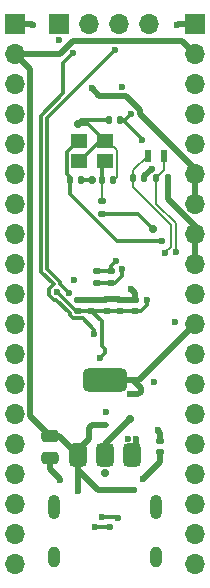
<source format=gbr>
%TF.GenerationSoftware,KiCad,Pcbnew,9.0.0*%
%TF.CreationDate,2025-08-25T15:59:45-02:30*%
%TF.ProjectId,STM32_PCB_Test_Project,53544d33-325f-4504-9342-5f546573745f,rev?*%
%TF.SameCoordinates,Original*%
%TF.FileFunction,Copper,L4,Bot*%
%TF.FilePolarity,Positive*%
%FSLAX46Y46*%
G04 Gerber Fmt 4.6, Leading zero omitted, Abs format (unit mm)*
G04 Created by KiCad (PCBNEW 9.0.0) date 2025-08-25 15:59:45*
%MOMM*%
%LPD*%
G01*
G04 APERTURE LIST*
G04 Aperture macros list*
%AMRoundRect*
0 Rectangle with rounded corners*
0 $1 Rounding radius*
0 $2 $3 $4 $5 $6 $7 $8 $9 X,Y pos of 4 corners*
0 Add a 4 corners polygon primitive as box body*
4,1,4,$2,$3,$4,$5,$6,$7,$8,$9,$2,$3,0*
0 Add four circle primitives for the rounded corners*
1,1,$1+$1,$2,$3*
1,1,$1+$1,$4,$5*
1,1,$1+$1,$6,$7*
1,1,$1+$1,$8,$9*
0 Add four rect primitives between the rounded corners*
20,1,$1+$1,$2,$3,$4,$5,0*
20,1,$1+$1,$4,$5,$6,$7,0*
20,1,$1+$1,$6,$7,$8,$9,0*
20,1,$1+$1,$8,$9,$2,$3,0*%
G04 Aperture macros list end*
%TA.AperFunction,ComponentPad*%
%ADD10R,1.700000X1.700000*%
%TD*%
%TA.AperFunction,ComponentPad*%
%ADD11O,1.700000X1.700000*%
%TD*%
%TA.AperFunction,HeatsinkPad*%
%ADD12O,1.000000X2.100000*%
%TD*%
%TA.AperFunction,HeatsinkPad*%
%ADD13O,1.000000X1.800000*%
%TD*%
%TA.AperFunction,SMDPad,CuDef*%
%ADD14RoundRect,0.140000X0.140000X0.170000X-0.140000X0.170000X-0.140000X-0.170000X0.140000X-0.170000X0*%
%TD*%
%TA.AperFunction,SMDPad,CuDef*%
%ADD15RoundRect,0.140000X-0.170000X0.140000X-0.170000X-0.140000X0.170000X-0.140000X0.170000X0.140000X0*%
%TD*%
%TA.AperFunction,SMDPad,CuDef*%
%ADD16R,1.400000X1.200000*%
%TD*%
%TA.AperFunction,SMDPad,CuDef*%
%ADD17RoundRect,0.140000X0.170000X-0.140000X0.170000X0.140000X-0.170000X0.140000X-0.170000X-0.140000X0*%
%TD*%
%TA.AperFunction,SMDPad,CuDef*%
%ADD18RoundRect,0.135000X-0.185000X0.135000X-0.185000X-0.135000X0.185000X-0.135000X0.185000X0.135000X0*%
%TD*%
%TA.AperFunction,SMDPad,CuDef*%
%ADD19R,0.600000X1.100000*%
%TD*%
%TA.AperFunction,SMDPad,CuDef*%
%ADD20RoundRect,0.375000X0.375000X-0.625000X0.375000X0.625000X-0.375000X0.625000X-0.375000X-0.625000X0*%
%TD*%
%TA.AperFunction,SMDPad,CuDef*%
%ADD21RoundRect,0.500000X1.400000X-0.500000X1.400000X0.500000X-1.400000X0.500000X-1.400000X-0.500000X0*%
%TD*%
%TA.AperFunction,SMDPad,CuDef*%
%ADD22RoundRect,0.250000X-0.475000X0.250000X-0.475000X-0.250000X0.475000X-0.250000X0.475000X0.250000X0*%
%TD*%
%TA.AperFunction,SMDPad,CuDef*%
%ADD23RoundRect,0.140000X-0.140000X-0.170000X0.140000X-0.170000X0.140000X0.170000X-0.140000X0.170000X0*%
%TD*%
%TA.AperFunction,ViaPad*%
%ADD24C,0.600000*%
%TD*%
%TA.AperFunction,ViaPad*%
%ADD25C,0.700000*%
%TD*%
%TA.AperFunction,Conductor*%
%ADD26C,0.500000*%
%TD*%
%TA.AperFunction,Conductor*%
%ADD27C,0.300000*%
%TD*%
%TA.AperFunction,Conductor*%
%ADD28C,0.200000*%
%TD*%
G04 APERTURE END LIST*
D10*
%TO.P,J2,1,Pin_1*%
%TO.N,+3.3V*%
X157025000Y-74675000D03*
D11*
%TO.P,J2,2,Pin_2*%
%TO.N,/SWDIO*%
X159565000Y-74675000D03*
%TO.P,J2,3,Pin_3*%
%TO.N,/SWCLK*%
X162105000Y-74675000D03*
%TO.P,J2,4,Pin_4*%
%TO.N,GND*%
X164645000Y-74675000D03*
%TD*%
D10*
%TO.P,J4,1,Pin_1*%
%TO.N,GND*%
X168515000Y-74650000D03*
D11*
%TO.P,J4,2,Pin_2*%
%TO.N,VBUS*%
X168515000Y-77190000D03*
%TO.P,J4,3,Pin_3*%
%TO.N,/PA2*%
X168515000Y-79730000D03*
%TO.P,J4,4,Pin_4*%
%TO.N,/PA1*%
X168515000Y-82270000D03*
%TO.P,J4,5,Pin_5*%
%TO.N,/PA0*%
X168515000Y-84810000D03*
%TO.P,J4,6,Pin_6*%
%TO.N,+3.3V*%
X168515000Y-87350000D03*
%TO.P,J4,7,Pin_7*%
X168515000Y-89890000D03*
%TO.P,J4,8,Pin_8*%
%TO.N,GND*%
X168515000Y-92430000D03*
%TO.P,J4,9,Pin_9*%
X168515000Y-94970000D03*
%TO.P,J4,10,Pin_10*%
%TO.N,/PC13*%
X168515000Y-97510000D03*
%TO.P,J4,11,Pin_11*%
%TO.N,+3.3V*%
X168515000Y-100050000D03*
%TO.P,J4,12,Pin_12*%
%TO.N,/PB9*%
X168515000Y-102590000D03*
%TO.P,J4,13,Pin_13*%
%TO.N,/PB8*%
X168515000Y-105130000D03*
%TO.P,J4,14,Pin_14*%
%TO.N,/PB7*%
X168515000Y-107670000D03*
%TO.P,J4,15,Pin_15*%
%TO.N,/PB6*%
X168515000Y-110210000D03*
%TO.P,J4,16,Pin_16*%
%TO.N,/PB5*%
X168515000Y-112750000D03*
%TO.P,J4,17,Pin_17*%
%TO.N,/PB4*%
X168515000Y-115290000D03*
%TO.P,J4,18,Pin_18*%
%TO.N,/PB3*%
X168515000Y-117830000D03*
%TO.P,J4,19,Pin_19*%
%TO.N,/PA15*%
X168515000Y-120370000D03*
%TD*%
D10*
%TO.P,J3,1,Pin_1*%
%TO.N,GND*%
X153275000Y-74650000D03*
D11*
%TO.P,J3,2,Pin_2*%
%TO.N,VBUS*%
X153275000Y-77190000D03*
%TO.P,J3,3,Pin_3*%
%TO.N,/PA3*%
X153275000Y-79730000D03*
%TO.P,J3,4,Pin_4*%
%TO.N,/PA4*%
X153275000Y-82270000D03*
%TO.P,J3,5,Pin_5*%
%TO.N,/PA5*%
X153275000Y-84810000D03*
%TO.P,J3,6,Pin_6*%
%TO.N,/PA6*%
X153275000Y-87350000D03*
%TO.P,J3,7,Pin_7*%
%TO.N,/PA7*%
X153275000Y-89890000D03*
%TO.P,J3,8,Pin_8*%
%TO.N,/PB0*%
X153275000Y-92430000D03*
%TO.P,J3,9,Pin_9*%
%TO.N,/PB1*%
X153275000Y-94970000D03*
%TO.P,J3,10,Pin_10*%
%TO.N,/PB2*%
X153275000Y-97510000D03*
%TO.P,J3,11,Pin_11*%
%TO.N,/PB10*%
X153275000Y-100050000D03*
%TO.P,J3,12,Pin_12*%
%TO.N,/PB11*%
X153275000Y-102590000D03*
%TO.P,J3,13,Pin_13*%
%TO.N,/PB12*%
X153275000Y-105130000D03*
%TO.P,J3,14,Pin_14*%
%TO.N,/PB13*%
X153275000Y-107670000D03*
%TO.P,J3,15,Pin_15*%
%TO.N,/PB14*%
X153275000Y-110210000D03*
%TO.P,J3,16,Pin_16*%
%TO.N,/PB15*%
X153275000Y-112750000D03*
%TO.P,J3,17,Pin_17*%
%TO.N,/PA8*%
X153275000Y-115290000D03*
%TO.P,J3,18,Pin_18*%
%TO.N,/PA9*%
X153275000Y-117830000D03*
%TO.P,J3,19,Pin_19*%
%TO.N,/PA10*%
X153275000Y-120370000D03*
%TD*%
D12*
%TO.P,J1,S1,SHIELD*%
%TO.N,GND*%
X156605000Y-115560000D03*
D13*
X156605000Y-119740000D03*
D12*
X165245000Y-115560000D03*
D13*
X165245000Y-119740000D03*
%TD*%
D14*
%TO.P,C12,1*%
%TO.N,GND*%
X164230000Y-87675000D03*
%TO.P,C12,2*%
%TO.N,/OSC32_OUT*%
X163270000Y-87675000D03*
%TD*%
D15*
%TO.P,C6,1*%
%TO.N,+3.3VA*%
X160200000Y-95595000D03*
%TO.P,C6,2*%
%TO.N,GND*%
X160200000Y-96555000D03*
%TD*%
D16*
%TO.P,Y1,1,1*%
%TO.N,Net-(C10-Pad2)*%
X160900000Y-86250000D03*
%TO.P,Y1,2,2*%
%TO.N,GND*%
X158700000Y-86250000D03*
%TO.P,Y1,3,3*%
%TO.N,/OSC_IN*%
X158700000Y-84550000D03*
%TO.P,Y1,4,4*%
%TO.N,GND*%
X160900000Y-84550000D03*
%TD*%
D17*
%TO.P,C2,1*%
%TO.N,+3.3V*%
X161025000Y-98930000D03*
%TO.P,C2,2*%
%TO.N,GND*%
X161025000Y-97970000D03*
%TD*%
D18*
%TO.P,R1,1*%
%TO.N,Net-(C10-Pad2)*%
X160600000Y-89680000D03*
%TO.P,R1,2*%
%TO.N,/OSC_OUT*%
X160600000Y-90700000D03*
%TD*%
D19*
%TO.P,Y2,1,1*%
%TO.N,/OSC32_OUT*%
X164500000Y-85825000D03*
%TO.P,Y2,2,2*%
%TO.N,/OSC32_IN*%
X165900000Y-85825000D03*
%TD*%
D20*
%TO.P,U3,1,GND*%
%TO.N,GND*%
X163187500Y-111125000D03*
%TO.P,U3,2,VO*%
%TO.N,+3.3V*%
X160887500Y-111125000D03*
D21*
X160887500Y-104825000D03*
D20*
%TO.P,U3,3,VI*%
%TO.N,VBUS*%
X158587500Y-111125000D03*
%TD*%
D15*
%TO.P,C7,1*%
%TO.N,+3.3VA*%
X161400000Y-95595000D03*
%TO.P,C7,2*%
%TO.N,GND*%
X161400000Y-96555000D03*
%TD*%
D17*
%TO.P,C3,1*%
%TO.N,+3.3V*%
X162175000Y-98955000D03*
%TO.P,C3,2*%
%TO.N,GND*%
X162175000Y-97995000D03*
%TD*%
%TO.P,C4,1*%
%TO.N,+3.3V*%
X159700000Y-98980000D03*
%TO.P,C4,2*%
%TO.N,GND*%
X159700000Y-98020000D03*
%TD*%
D14*
%TO.P,C11,1*%
%TO.N,GND*%
X166205000Y-87675000D03*
%TO.P,C11,2*%
%TO.N,/OSC32_IN*%
X165245000Y-87675000D03*
%TD*%
D22*
%TO.P,C13,1*%
%TO.N,VBUS*%
X156225000Y-109500000D03*
%TO.P,C13,2*%
%TO.N,GND*%
X156225000Y-111400000D03*
%TD*%
D15*
%TO.P,C14,1*%
%TO.N,+3.3V*%
X165575000Y-109945000D03*
%TO.P,C14,2*%
%TO.N,GND*%
X165575000Y-110905000D03*
%TD*%
D14*
%TO.P,C9,1*%
%TO.N,GND*%
X158880000Y-87900000D03*
%TO.P,C9,2*%
%TO.N,/OSC_IN*%
X157920000Y-87900000D03*
%TD*%
D17*
%TO.P,C5,1*%
%TO.N,+3.3V*%
X158575000Y-98955000D03*
%TO.P,C5,2*%
%TO.N,GND*%
X158575000Y-97995000D03*
%TD*%
%TO.P,C1,1*%
%TO.N,+3.3V*%
X163450000Y-98955000D03*
%TO.P,C1,2*%
%TO.N,GND*%
X163450000Y-97995000D03*
%TD*%
D14*
%TO.P,C10,1*%
%TO.N,GND*%
X161580000Y-87900000D03*
%TO.P,C10,2*%
%TO.N,Net-(C10-Pad2)*%
X160620000Y-87900000D03*
%TD*%
D23*
%TO.P,C8,1*%
%TO.N,GND*%
X161220000Y-82800000D03*
%TO.P,C8,2*%
%TO.N,Net-(U1-NRST)*%
X162180000Y-82800000D03*
%TD*%
D24*
%TO.N,VBUS*%
X160950000Y-107525000D03*
D25*
%TO.N,GND*%
X158600000Y-83100000D03*
D24*
X166225000Y-88475000D03*
X163125000Y-97100000D03*
X157050000Y-113225000D03*
X158300000Y-96300000D03*
D25*
X159790000Y-87852910D03*
D24*
X167000000Y-74700000D03*
X162350000Y-80000000D03*
X165075000Y-105000000D03*
X164125000Y-113200000D03*
X163550000Y-109800000D03*
X162316154Y-95356484D03*
X166800000Y-99900000D03*
X162875000Y-109800000D03*
X164906963Y-86894132D03*
X154800000Y-74700000D03*
D25*
X160910245Y-112675000D03*
D24*
%TO.N,+3.3V*%
X163000000Y-106000000D03*
X164425000Y-98025000D03*
X160500000Y-102900000D03*
X156825000Y-97350000D03*
D25*
X163002000Y-108100000D03*
D24*
X165387500Y-109062500D03*
X157025000Y-76025000D03*
X159750000Y-80100000D03*
%TO.N,+3.3VA*%
X161825000Y-94725000D03*
%TO.N,Net-(U1-NRST)*%
X163125000Y-82250000D03*
X164000000Y-84500000D03*
%TO.N,/OSC_IN*%
X165700270Y-93003290D03*
%TO.N,/OSC32_IN*%
X166875000Y-93975000D03*
%TO.N,/OSC32_OUT*%
X166012821Y-94008523D03*
%TO.N,VBUS*%
X158605331Y-114180331D03*
X163325000Y-114100000D03*
%TO.N,/SWCLK*%
X161725000Y-76875000D03*
X157859620Y-97465380D03*
%TO.N,/SWDIO*%
X158200000Y-77150000D03*
X159980122Y-100889752D03*
D25*
%TO.N,/OSC_OUT*%
X164956963Y-92000000D03*
D24*
%TO.N,/USB_D+*%
X161976000Y-116459620D03*
X160675000Y-116425000D03*
%TO.N,/USB_D-*%
X160075000Y-117275000D03*
X161325000Y-117250000D03*
%TD*%
D26*
%TO.N,GND*%
X156225000Y-112350000D02*
X156225000Y-111400000D01*
D27*
X159450000Y-83100000D02*
X158600000Y-83100000D01*
D26*
X157050000Y-113225000D02*
X157050000Y-113175000D01*
X163450000Y-97995000D02*
X163450000Y-97425000D01*
X163550000Y-110762500D02*
X163550000Y-109800000D01*
D28*
X161102000Y-84550000D02*
X160900000Y-84550000D01*
D26*
X159700000Y-98020000D02*
X158600000Y-98020000D01*
X163450000Y-97425000D02*
X163125000Y-97100000D01*
X163407500Y-110905000D02*
X163187500Y-111125000D01*
D27*
X158800000Y-86250000D02*
X160500000Y-84550000D01*
D26*
X164230000Y-87675000D02*
X164230000Y-87540318D01*
D27*
X161709999Y-96555000D02*
X162316154Y-95948845D01*
D28*
X161901000Y-85349000D02*
X161102000Y-84550000D01*
D27*
X158900000Y-82800000D02*
X158600000Y-83100000D01*
X160900000Y-84550000D02*
X159450000Y-83100000D01*
D26*
X166225000Y-89439892D02*
X166225000Y-88475000D01*
D27*
X158700000Y-86250000D02*
X158800000Y-86250000D01*
D26*
X167050000Y-74650000D02*
X167000000Y-74700000D01*
D27*
X161400000Y-96555000D02*
X160200000Y-96555000D01*
D26*
X163450000Y-97995000D02*
X162175000Y-97995000D01*
D27*
X161400000Y-96555000D02*
X161709999Y-96555000D01*
D26*
X154750000Y-74650000D02*
X154800000Y-74700000D01*
X160950000Y-97995000D02*
X160975000Y-97970000D01*
X157050000Y-113175000D02*
X156225000Y-112350000D01*
D28*
X161580000Y-87900000D02*
X161901000Y-87579000D01*
D26*
X168515000Y-91729892D02*
X166225000Y-89439892D01*
D27*
X160500000Y-84550000D02*
X160900000Y-84550000D01*
D26*
X164876186Y-86894132D02*
X164906963Y-86894132D01*
X164230000Y-87540318D02*
X164876186Y-86894132D01*
D27*
X158927090Y-87852910D02*
X158880000Y-87900000D01*
D26*
X164375000Y-112900000D02*
X165575000Y-111700000D01*
X168515000Y-94970000D02*
X168515000Y-91729892D01*
D28*
X161901000Y-87579000D02*
X161901000Y-85349000D01*
D26*
X165575000Y-111700000D02*
X165575000Y-110905000D01*
X158600000Y-98020000D02*
X158575000Y-97995000D01*
X153275000Y-74650000D02*
X154750000Y-74650000D01*
X159800000Y-97995000D02*
X160950000Y-97995000D01*
X162050000Y-97970000D02*
X162075000Y-97995000D01*
X166205000Y-88455000D02*
X166225000Y-88475000D01*
X161225000Y-82800000D02*
X161220000Y-82800000D01*
X166205000Y-87675000D02*
X166205000Y-88455000D01*
D27*
X161220000Y-82800000D02*
X158900000Y-82800000D01*
D26*
X163187500Y-111125000D02*
X163550000Y-110762500D01*
X168515000Y-74650000D02*
X167050000Y-74650000D01*
X164375000Y-112950000D02*
X164375000Y-112900000D01*
X160975000Y-97970000D02*
X162050000Y-97970000D01*
X164125000Y-113200000D02*
X164375000Y-112950000D01*
D27*
X159790000Y-87852910D02*
X158927090Y-87852910D01*
X162316154Y-95948845D02*
X162316154Y-95356484D01*
D26*
%TO.N,+3.3V*%
X163740000Y-104825000D02*
X163275000Y-104825000D01*
D27*
X159675000Y-98955000D02*
X159700000Y-98980000D01*
D26*
X160887500Y-110214500D02*
X163002000Y-108100000D01*
X163725000Y-106000000D02*
X163925000Y-105800000D01*
D27*
X161000000Y-98955000D02*
X163945000Y-98955000D01*
X158430000Y-98955000D02*
X156825000Y-97350000D01*
D26*
X168515000Y-100050000D02*
X163740000Y-104825000D01*
D27*
X158575000Y-98955000D02*
X159675000Y-98955000D01*
X158600000Y-98980000D02*
X158575000Y-98955000D01*
X159800000Y-99000000D02*
X159800000Y-98955000D01*
D26*
X163925000Y-105800000D02*
X163925000Y-105475000D01*
D27*
X160900000Y-102500000D02*
X160900000Y-102162888D01*
D26*
X168515000Y-86940000D02*
X163876000Y-82301000D01*
X165575000Y-109300000D02*
X165575000Y-109945000D01*
X168515000Y-89890000D02*
X168515000Y-87350000D01*
D27*
X160630122Y-101893010D02*
X160630122Y-99830122D01*
D26*
X163925000Y-105475000D02*
X163275000Y-104825000D01*
X160401000Y-80751000D02*
X159750000Y-80100000D01*
D27*
X159800000Y-98955000D02*
X159825000Y-98930000D01*
X160630122Y-99830122D02*
X159800000Y-99000000D01*
D26*
X165387500Y-109112500D02*
X165575000Y-109300000D01*
D27*
X160500000Y-102900000D02*
X160900000Y-102500000D01*
X160900000Y-102162888D02*
X160630122Y-101893010D01*
D26*
X162688075Y-80751000D02*
X160401000Y-80751000D01*
X163275000Y-104825000D02*
X160887500Y-104825000D01*
D27*
X158575000Y-98955000D02*
X158430000Y-98955000D01*
D26*
X160887500Y-111125000D02*
X160887500Y-110214500D01*
X163876000Y-82301000D02*
X163876000Y-81938925D01*
X163000000Y-106000000D02*
X163725000Y-106000000D01*
D27*
X164425000Y-98475000D02*
X164425000Y-98025000D01*
X160975000Y-98930000D02*
X161000000Y-98955000D01*
D26*
X163876000Y-81938925D02*
X162688075Y-80751000D01*
X168515000Y-87350000D02*
X168515000Y-86940000D01*
D27*
X163945000Y-98955000D02*
X164425000Y-98475000D01*
X159825000Y-98930000D02*
X160975000Y-98930000D01*
D26*
X165387500Y-109062500D02*
X165387500Y-109112500D01*
D27*
%TO.N,+3.3VA*%
X161400000Y-95150000D02*
X161400000Y-95595000D01*
X161825000Y-94725000D02*
X161400000Y-95150000D01*
X161400000Y-95595000D02*
X160200000Y-95595000D01*
%TO.N,Net-(U1-NRST)*%
X162575000Y-82800000D02*
X163125000Y-82250000D01*
X162180000Y-82800000D02*
X162575000Y-82800000D01*
X164000000Y-84500000D02*
X164000000Y-84375000D01*
X164000000Y-84375000D02*
X162425000Y-82800000D01*
X162425000Y-82800000D02*
X162180000Y-82800000D01*
D28*
%TO.N,/OSC_IN*%
X158902000Y-84550000D02*
X158700000Y-84550000D01*
D27*
X161892240Y-93003290D02*
X157920000Y-89031050D01*
X157920000Y-87600000D02*
X157649000Y-87329000D01*
X165700270Y-93003290D02*
X161892240Y-93003290D01*
X158600000Y-84550000D02*
X158700000Y-84550000D01*
X157920000Y-87900000D02*
X157920000Y-87600000D01*
X157649000Y-85501000D02*
X158600000Y-84550000D01*
X157920000Y-89031050D02*
X157920000Y-87900000D01*
X157649000Y-87329000D02*
X157649000Y-85501000D01*
D28*
%TO.N,Net-(C10-Pad2)*%
X160620000Y-89690000D02*
X160620000Y-87900000D01*
D27*
X160620000Y-86530000D02*
X160900000Y-86250000D01*
X160620000Y-87900000D02*
X160620000Y-86530000D01*
D28*
X160620000Y-88965000D02*
X160600000Y-88985000D01*
%TO.N,/OSC32_IN*%
X165900000Y-85825000D02*
X165900000Y-87020000D01*
X166875000Y-93975000D02*
X166875000Y-91525000D01*
X165245000Y-89895000D02*
X165245000Y-87675000D01*
X166875000Y-91525000D02*
X165245000Y-89895000D01*
X165900000Y-87020000D02*
X165245000Y-87675000D01*
%TO.N,/OSC32_OUT*%
X166012821Y-94008523D02*
X166012821Y-93969236D01*
X163270000Y-87055000D02*
X163270000Y-87675000D01*
X166474000Y-91699000D02*
X163270000Y-88495000D01*
X166474000Y-93508057D02*
X166474000Y-91699000D01*
X163270000Y-88495000D02*
X163270000Y-87675000D01*
X166012821Y-93969236D02*
X166474000Y-93508057D01*
X164500000Y-85825000D02*
X163270000Y-87055000D01*
D26*
%TO.N,VBUS*%
X158605331Y-114180331D02*
X158605331Y-111142831D01*
X159560588Y-109765203D02*
X159560588Y-108839412D01*
X156225000Y-109500000D02*
X156962500Y-109500000D01*
X159560588Y-108839412D02*
X159812500Y-108587500D01*
X158605331Y-111142831D02*
X158587500Y-111125000D01*
X157097925Y-77190000D02*
X158163925Y-76124000D01*
X160300000Y-114100000D02*
X158587500Y-112387500D01*
X154576000Y-78491000D02*
X153275000Y-77190000D01*
X159812500Y-108587500D02*
X160950000Y-108587500D01*
X158163925Y-76124000D02*
X167449000Y-76124000D01*
X156225000Y-109500000D02*
X154576000Y-107851000D01*
X158587500Y-111125000D02*
X158587500Y-110738291D01*
X158587500Y-112387500D02*
X158587500Y-111125000D01*
X163325000Y-114100000D02*
X160300000Y-114100000D01*
X153275000Y-77190000D02*
X157097925Y-77190000D01*
X158587500Y-110738291D02*
X159560588Y-109765203D01*
X154576000Y-107851000D02*
X154576000Y-78491000D01*
X167449000Y-76124000D02*
X168515000Y-77190000D01*
X156962500Y-109500000D02*
X158587500Y-111125000D01*
D27*
%TO.N,/SWCLK*%
X157056346Y-96662106D02*
X157859620Y-97465380D01*
X155976000Y-95406788D02*
X157056346Y-96487134D01*
X157056346Y-96487134D02*
X157056346Y-96662106D01*
X157582521Y-81017480D02*
X155976000Y-82624000D01*
X161725000Y-76875000D02*
X157876000Y-80724000D01*
X155976000Y-82624000D02*
X155976000Y-95406788D01*
X157876000Y-80724000D02*
X157582521Y-81017480D01*
%TO.N,/SWDIO*%
X158952260Y-99586000D02*
X159036000Y-99586000D01*
X155475000Y-82416480D02*
X155475000Y-95614308D01*
X157914000Y-99302260D02*
X158197740Y-99586000D01*
X156174000Y-97080346D02*
X156174000Y-97619654D01*
X159980122Y-100530122D02*
X159980122Y-100889752D01*
X156555346Y-96694654D02*
X156555346Y-96699000D01*
X156174000Y-97619654D02*
X156555346Y-98001000D01*
X157375000Y-80516480D02*
X155475000Y-82416480D01*
X155475000Y-95614308D02*
X156555346Y-96694654D01*
X156555346Y-98001000D02*
X156767480Y-98001000D01*
X158200000Y-77150000D02*
X157375000Y-77975000D01*
X156555346Y-96699000D02*
X156174000Y-97080346D01*
X158197740Y-99586000D02*
X158686000Y-99586000D01*
X159036000Y-99586000D02*
X159980122Y-100530122D01*
X158686000Y-99586000D02*
X158952260Y-99586000D01*
X156767480Y-98001000D02*
X157914000Y-99147520D01*
X157375000Y-77975000D02*
X157375000Y-80516480D01*
X157914000Y-99147520D02*
X157914000Y-99302260D01*
%TO.N,/OSC_OUT*%
X163656963Y-90700000D02*
X160600000Y-90700000D01*
X164956963Y-92000000D02*
X163656963Y-90700000D01*
%TO.N,/USB_D+*%
X160675000Y-116425000D02*
X161941380Y-116425000D01*
X161941380Y-116425000D02*
X161976000Y-116459620D01*
%TO.N,/USB_D-*%
X161325000Y-117250000D02*
X161300000Y-117275000D01*
X161300000Y-117275000D02*
X160075000Y-117275000D01*
%TD*%
M02*

</source>
